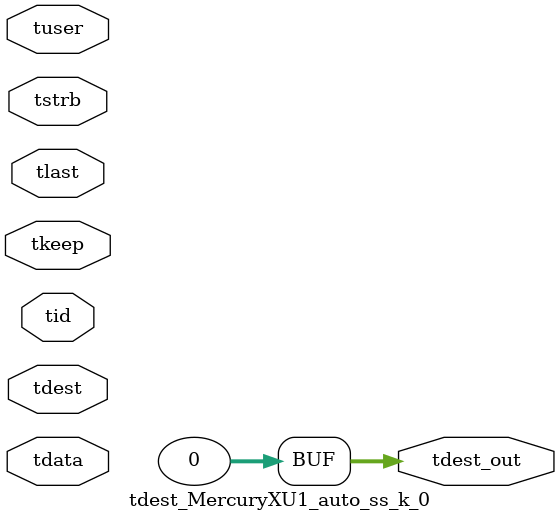
<source format=v>


`timescale 1ps/1ps

module tdest_MercuryXU1_auto_ss_k_0 #
(
parameter C_S_AXIS_TDATA_WIDTH = 32,
parameter C_S_AXIS_TUSER_WIDTH = 0,
parameter C_S_AXIS_TID_WIDTH   = 0,
parameter C_S_AXIS_TDEST_WIDTH = 0,
parameter C_M_AXIS_TDEST_WIDTH = 32
)
(
input  [(C_S_AXIS_TDATA_WIDTH == 0 ? 1 : C_S_AXIS_TDATA_WIDTH)-1:0     ] tdata,
input  [(C_S_AXIS_TUSER_WIDTH == 0 ? 1 : C_S_AXIS_TUSER_WIDTH)-1:0     ] tuser,
input  [(C_S_AXIS_TID_WIDTH   == 0 ? 1 : C_S_AXIS_TID_WIDTH)-1:0       ] tid,
input  [(C_S_AXIS_TDEST_WIDTH == 0 ? 1 : C_S_AXIS_TDEST_WIDTH)-1:0     ] tdest,
input  [(C_S_AXIS_TDATA_WIDTH/8)-1:0 ] tkeep,
input  [(C_S_AXIS_TDATA_WIDTH/8)-1:0 ] tstrb,
input                                                                    tlast,
output [C_M_AXIS_TDEST_WIDTH-1:0] tdest_out
);

assign tdest_out = {1'b0};

endmodule


</source>
